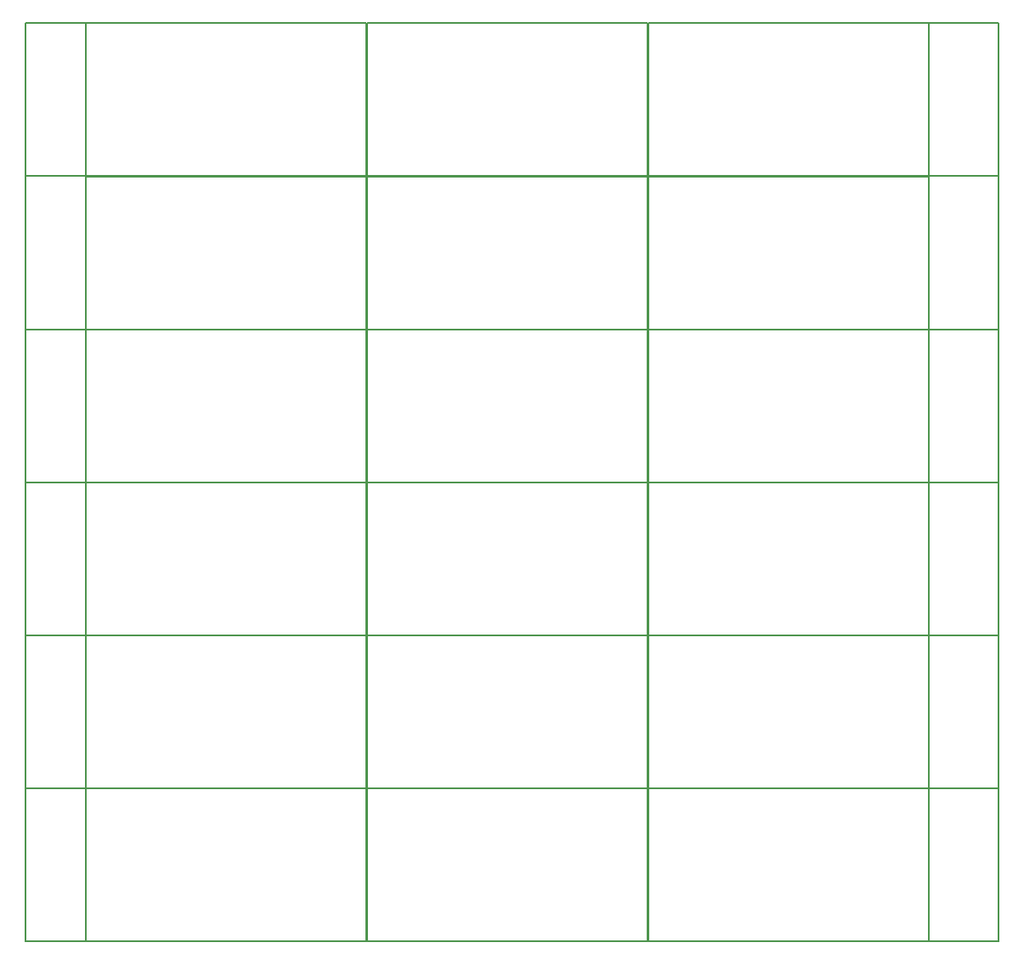
<source format=gbr>
G04 #@! TF.GenerationSoftware,KiCad,Pcbnew,5.0.1*
G04 #@! TF.CreationDate,2019-02-10T16:30:13-05:00*
G04 #@! TF.ProjectId,RevB-Panel,526576422D50616E656C2E6B69636164,rev?*
G04 #@! TF.SameCoordinates,Original*
G04 #@! TF.FileFunction,Profile,NP*
%FSLAX46Y46*%
G04 Gerber Fmt 4.6, Leading zero omitted, Abs format (unit mm)*
G04 Created by KiCad (PCBNEW 5.0.1) date Sun 10 Feb 2019 04:30:13 PM EST*
%MOMM*%
%LPD*%
G01*
G04 APERTURE LIST*
%ADD10C,0.150000*%
G04 APERTURE END LIST*
D10*
X143000000Y-137500000D02*
X240000000Y-137500000D01*
X143000000Y-122250000D02*
X240000000Y-122250000D01*
X143000000Y-107000000D02*
X240000000Y-107000000D01*
X143000000Y-91740000D02*
X240000000Y-91740000D01*
X143000000Y-76480000D02*
X240000000Y-76480000D01*
X240000000Y-61240000D02*
X240000000Y-152730000D01*
X143000000Y-61240000D02*
X143000000Y-152730000D01*
X177010000Y-61240000D02*
X177010000Y-76480000D01*
X177010000Y-76480000D02*
X149070000Y-76480000D01*
X149070000Y-76480000D02*
X149070000Y-61240000D01*
X143000000Y-61240000D02*
X177010000Y-61240000D01*
X177010000Y-76490000D02*
X177010000Y-91730000D01*
X177010000Y-91730000D02*
X149070000Y-91730000D01*
X149070000Y-91730000D02*
X149070000Y-76490000D01*
X149070000Y-76490000D02*
X177010000Y-76490000D01*
X177010000Y-91740000D02*
X177010000Y-106980000D01*
X177010000Y-106980000D02*
X149070000Y-106980000D01*
X149070000Y-106980000D02*
X149070000Y-91740000D01*
X149070000Y-91740000D02*
X177010000Y-91740000D01*
X177010000Y-106990000D02*
X177010000Y-122230000D01*
X177010000Y-122230000D02*
X149070000Y-122230000D01*
X149070000Y-122230000D02*
X149070000Y-106990000D01*
X149070000Y-106990000D02*
X177010000Y-106990000D01*
X177010000Y-122240000D02*
X177010000Y-137480000D01*
X177010000Y-137480000D02*
X149070000Y-137480000D01*
X149070000Y-137480000D02*
X149070000Y-122240000D01*
X149070000Y-122240000D02*
X177010000Y-122240000D01*
X177010000Y-137490000D02*
X177010000Y-152730000D01*
X177010000Y-152730000D02*
X143000000Y-152730000D01*
X149070000Y-152730000D02*
X149070000Y-137490000D01*
X149070000Y-137490000D02*
X177010000Y-137490000D01*
X205010000Y-137490000D02*
X205010000Y-152730000D01*
X205010000Y-152730000D02*
X177070000Y-152730000D01*
X177070000Y-152730000D02*
X177070000Y-137490000D01*
X177070000Y-137490000D02*
X205010000Y-137490000D01*
X205010000Y-122240000D02*
X205010000Y-137480000D01*
X205010000Y-137480000D02*
X177070000Y-137480000D01*
X177070000Y-137480000D02*
X177070000Y-122240000D01*
X177070000Y-122240000D02*
X205010000Y-122240000D01*
X205010000Y-106990000D02*
X205010000Y-122230000D01*
X205010000Y-122230000D02*
X177070000Y-122230000D01*
X177070000Y-122230000D02*
X177070000Y-106990000D01*
X177070000Y-106990000D02*
X205010000Y-106990000D01*
X205010000Y-91740000D02*
X205010000Y-106980000D01*
X205010000Y-106980000D02*
X177070000Y-106980000D01*
X177070000Y-106980000D02*
X177070000Y-91740000D01*
X177070000Y-91740000D02*
X205010000Y-91740000D01*
X205010000Y-76490000D02*
X205010000Y-91730000D01*
X205010000Y-91730000D02*
X177070000Y-91730000D01*
X177070000Y-91730000D02*
X177070000Y-76490000D01*
X177070000Y-76490000D02*
X205010000Y-76490000D01*
X205010000Y-61240000D02*
X205010000Y-76480000D01*
X205010000Y-76480000D02*
X177070000Y-76480000D01*
X177070000Y-76480000D02*
X177070000Y-61240000D01*
X177070000Y-61240000D02*
X205010000Y-61240000D01*
X233010000Y-61240000D02*
X233010000Y-76480000D01*
X233010000Y-76480000D02*
X205070000Y-76480000D01*
X205070000Y-76480000D02*
X205070000Y-61240000D01*
X205070000Y-61240000D02*
X240000000Y-61240000D01*
X233010000Y-76490000D02*
X233010000Y-91730000D01*
X233010000Y-91730000D02*
X205070000Y-91730000D01*
X205070000Y-91730000D02*
X205070000Y-76490000D01*
X205070000Y-76490000D02*
X233010000Y-76490000D01*
X233010000Y-137490000D02*
X233010000Y-152730000D01*
X240000000Y-152730000D02*
X205070000Y-152730000D01*
X205070000Y-152730000D02*
X205070000Y-137490000D01*
X205070000Y-137490000D02*
X233010000Y-137490000D01*
X233010000Y-122240000D02*
X233010000Y-137480000D01*
X233010000Y-137480000D02*
X205070000Y-137480000D01*
X205070000Y-137480000D02*
X205070000Y-122240000D01*
X205070000Y-122240000D02*
X233010000Y-122240000D01*
X233010000Y-106990000D02*
X233010000Y-122230000D01*
X233010000Y-122230000D02*
X205070000Y-122230000D01*
X205070000Y-122230000D02*
X205070000Y-106990000D01*
X205070000Y-106990000D02*
X233010000Y-106990000D01*
X205070000Y-106980000D02*
X205070000Y-91740000D01*
X233010000Y-106980000D02*
X205070000Y-106980000D01*
X233010000Y-91740000D02*
X233010000Y-106980000D01*
X205070000Y-91740000D02*
X233010000Y-91740000D01*
M02*

</source>
